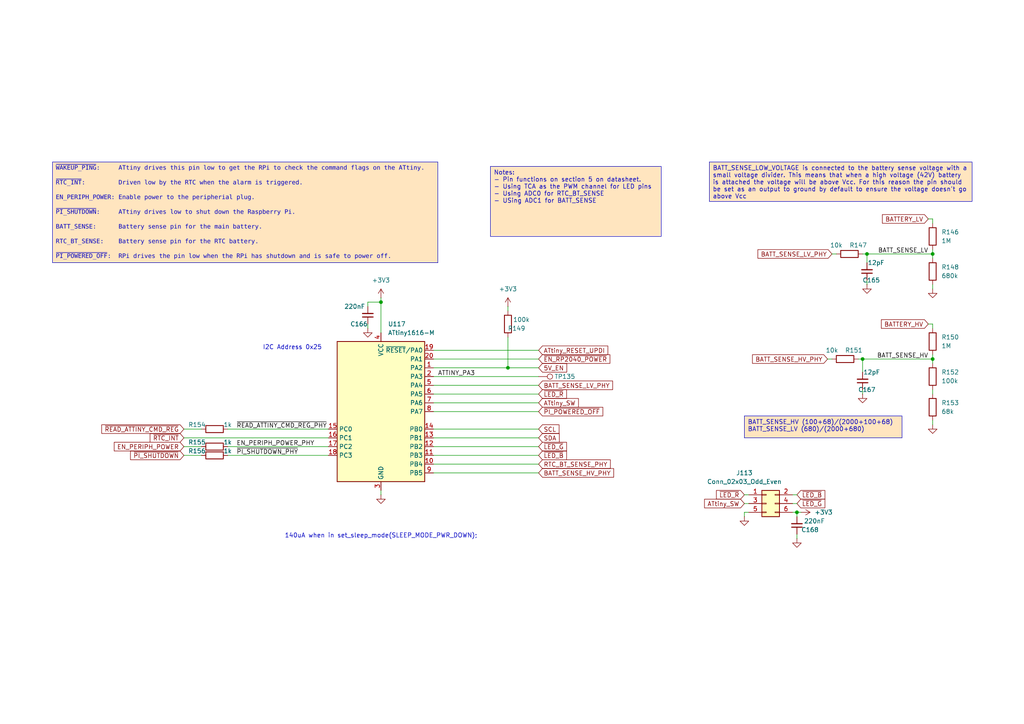
<source format=kicad_sch>
(kicad_sch (version 20231120) (generator "eeschema") (generator_version "8.0")
  (paper "A4")
  (lib_symbols
    (symbol "Connector:TestPoint" (pin_numbers hide) (pin_names (offset 0.762) hide)
      (property "Reference" "TP" (at 0 6.858 0))
      (property "Value" "TestPoint" (at 0 5.08 0))
      (symbol "TestPoint_0_1"
        (circle (center 0 3.302) (radius 0.762))
      )
      (symbol "TestPoint_1_1"
        (pin passive line (at 0 0 90) (length 2.54) (name "1") (number "1"))
      )
    )
    (symbol "Connector_Generic:Conn_02x03_Odd_Even" (pin_names (offset 1.016) hide)
      (property "Reference" "J" (at 1.27 5.08 0))
      (property "Value" "Conn_02x03_Odd_Even" (at 1.27 -5.08 0))
      (symbol "Conn_02x03_Odd_Even_1_1"
        (rectangle (start -1.27 -2.413) (end 0 -2.667) (stroke (width 0.1524)))
        (rectangle (start -1.27 0.127) (end 0 -0.127) (stroke (width 0.1524)))
        (rectangle (start -1.27 2.667) (end 0 2.413) (stroke (width 0.1524)))
        (rectangle (start -1.27 3.81) (end 3.81 -3.81) (stroke (width 0.254)) (fill (type background)))
        (rectangle (start 3.81 -2.413) (end 2.54 -2.667) (stroke (width 0.1524)))
        (rectangle (start 3.81 0.127) (end 2.54 -0.127) (stroke (width 0.1524)))
        (rectangle (start 3.81 2.667) (end 2.54 2.413) (stroke (width 0.1524)))
        (pin passive line (at -5.08 2.54 0) (length 3.81) (name "Pin_1") (number "1"))
        (pin passive line (at 7.62 2.54 180) (length 3.81) (name "Pin_2") (number "2"))
        (pin passive line (at -5.08 0 0) (length 3.81) (name "Pin_3") (number "3"))
        (pin passive line (at 7.62 0 180) (length 3.81) (name "Pin_4") (number "4"))
        (pin passive line (at -5.08 -2.54 0) (length 3.81) (name "Pin_5") (number "5"))
        (pin passive line (at 7.62 -2.54 180) (length 3.81) (name "Pin_6") (number "6"))
      )
    )
    (symbol "Device:C_Small" (pin_numbers hide) (pin_names (offset 0.254) hide)
      (property "Reference" "C" (at 0.254 1.778 0))
      (property "Value" "C_Small" (at 0.254 -2.032 0))
      (symbol "C_Small_0_1"
        (polyline (pts (xy -1.524 -0.508) (xy 1.524 -0.508)) (stroke (width 0.3302)))
        (polyline (pts (xy -1.524 0.508) (xy 1.524 0.508)) (stroke (width 0.3048)))
      )
      (symbol "C_Small_1_1"
        (pin passive line (at 0 2.54 270) (length 2.032) (name "~") (number "1"))
        (pin passive line (at 0 -2.54 90) (length 2.032) (name "~") (number "2"))
      )
    )
    (symbol "Device:R" (pin_numbers hide) (pin_names (offset 0))
      (property "Reference" "R" (at 2.032 0 90))
      (property "Value" "R" (at 0 0 90))
      (symbol "R_0_1"
        (rectangle (start -1.016 -2.54) (end 1.016 2.54) (stroke (width 0.254)))
      )
      (symbol "R_1_1"
        (pin passive line (at 0 3.81 270) (length 1.27) (name "~") (number "1"))
        (pin passive line (at 0 -3.81 90) (length 1.27) (name "~") (number "2"))
      )
    )
    (symbol "MCU_Microchip_ATtiny:ATtiny1616-M"
      (property "Reference" "U" (at -12.7 21.59 0))
      (property "Value" "ATtiny1616-M" (at 2.54 -21.59 0))
      (symbol "ATtiny1616-M_0_1"
        (rectangle (start -12.7 -20.32) (end 12.7 20.32) (stroke (width 0.254)) (fill (type background)))
      )
      (symbol "ATtiny1616-M_1_1"
        (pin bidirectional line (at 15.24 12.7 180) (length 2.54) (name "PA2") (number "1"))
        (pin bidirectional line (at 15.24 -15.24 180) (length 2.54) (name "PB4") (number "10"))
        (pin bidirectional line (at 15.24 -12.7 180) (length 2.54) (name "PB3") (number "11"))
        (pin bidirectional line (at 15.24 -10.16 180) (length 2.54) (name "PB2") (number "12"))
        (pin bidirectional line (at 15.24 -7.62 180) (length 2.54) (name "PB1") (number "13"))
        (pin bidirectional line (at 15.24 -5.08 180) (length 2.54) (name "PB0") (number "14"))
        (pin bidirectional line (at -15.24 -5.08 0) (length 2.54) (name "PC0") (number "15"))
        (pin bidirectional line (at -15.24 -7.62 0) (length 2.54) (name "PC1") (number "16"))
        (pin bidirectional line (at -15.24 -10.16 0) (length 2.54) (name "PC2") (number "17"))
        (pin bidirectional line (at -15.24 -12.7 0) (length 2.54) (name "PC3") (number "18"))
        (pin bidirectional line (at 15.24 17.78 180) (length 2.54) (name "~{RESET}/PA0") (number "19"))
        (pin bidirectional line (at 15.24 10.16 180) (length 2.54) (name "PA3") (number "2"))
        (pin bidirectional line (at 15.24 15.24 180) (length 2.54) (name "PA1") (number "20"))
        (pin passive line (at 0 -22.86 90) (length 2.54) hide (name "GND") (number "21"))
        (pin power_in line (at 0 -22.86 90) (length 2.54) (name "GND") (number "3"))
        (pin power_in line (at 0 22.86 270) (length 2.54) (name "VCC") (number "4"))
        (pin bidirectional line (at 15.24 7.62 180) (length 2.54) (name "PA4") (number "5"))
        (pin bidirectional line (at 15.24 5.08 180) (length 2.54) (name "PA5") (number "6"))
        (pin bidirectional line (at 15.24 2.54 180) (length 2.54) (name "PA6") (number "7"))
        (pin bidirectional line (at 15.24 0 180) (length 2.54) (name "PA7") (number "8"))
        (pin bidirectional line (at 15.24 -17.78 180) (length 2.54) (name "PB5") (number "9"))
      )
    )
    (symbol "power:+3V3" (power) (pin_numbers hide) (pin_names (offset 0) hide)
      (property "Value" "+3V3" (at 0 3.556 0))
      (symbol "+3V3_0_1"
        (polyline (pts (xy -0.762 1.27) (xy 0 2.54)))
        (polyline (pts (xy 0 0) (xy 0 2.54)))
        (polyline (pts (xy 0 2.54) (xy 0.762 1.27)))
      )
      (symbol "+3V3_1_1"
        (pin power_in line (at 0 0 90) (length 0) (name "~") (number "1"))
      )
    )
    (symbol "power:GND" (power) (pin_numbers hide) (pin_names (offset 0) hide)
      (property "Value" "GND" (at 0 -3.81 0))
      (symbol "GND_0_1"
        (polyline (pts (xy 0 0) (xy 0 -1.27) (xy 1.27 -1.27) (xy 0 -2.54) (xy -1.27 -1.27) (xy 0 -1.27)))
      )
      (symbol "GND_1_1"
        (pin power_in line (at 0 0 270) (length 0) (name "~") (number "1"))
      )
    )
  )
  (junction (at 147.32 106.68))
  (junction (at 270.51 73.66))
  (junction (at 231.14 148.59))
  (junction (at 110.49 87.63))
  (junction (at 270.51 104.14))
  (junction (at 251.46 73.66))
  (junction (at 250.19 104.14))
  (wire (pts (xy 53.34 129.54) (xy 58.42 129.54)))
  (wire (pts (xy 248.92 104.14) (xy 250.19 104.14)))
  (wire (pts (xy 125.73 109.22) (xy 156.21 109.22)))
  (wire (pts (xy 125.73 111.76) (xy 156.21 111.76)))
  (wire (pts (xy 125.73 106.68) (xy 147.32 106.68)))
  (wire (pts (xy 125.73 104.14) (xy 156.21 104.14)))
  (wire (pts (xy 215.9 146.05) (xy 217.17 146.05)))
  (wire (pts (xy 125.73 116.84) (xy 156.21 116.84)))
  (wire (pts (xy 251.46 73.66) (xy 270.51 73.66)))
  (wire (pts (xy 270.51 113.03) (xy 270.51 114.3)))
  (wire (pts (xy 250.19 104.14) (xy 250.19 107.95)))
  (wire (pts (xy 270.51 73.66) (xy 270.51 74.93)))
  (wire (pts (xy 66.04 124.46) (xy 95.25 124.46)))
  (wire (pts (xy 231.14 148.59) (xy 232.41 148.59)))
  (wire (pts (xy 215.9 148.59) (xy 217.17 148.59)))
  (wire (pts (xy 270.51 63.5) (xy 269.24 63.5)))
  (wire (pts (xy 231.14 148.59) (xy 231.14 149.86)))
  (wire (pts (xy 250.19 104.14) (xy 270.51 104.14)))
  (wire (pts (xy 251.46 81.28) (xy 251.46 82.55)))
  (wire (pts (xy 240.03 104.14) (xy 241.3 104.14)))
  (wire (pts (xy 270.51 93.98) (xy 270.51 95.25)))
  (wire (pts (xy 250.19 113.03) (xy 250.19 114.3)))
  (wire (pts (xy 110.49 87.63) (xy 106.68 87.63)))
  (wire (pts (xy 231.14 154.94) (xy 231.14 156.21)))
  (wire (pts (xy 270.51 72.39) (xy 270.51 73.66)))
  (wire (pts (xy 125.73 129.54) (xy 156.21 129.54)))
  (wire (pts (xy 106.68 87.63) (xy 106.68 88.9)))
  (wire (pts (xy 147.32 97.79) (xy 147.32 106.68)))
  (wire (pts (xy 270.51 102.87) (xy 270.51 104.14)))
  (wire (pts (xy 270.51 104.14) (xy 270.51 105.41)))
  (wire (pts (xy 125.73 137.16) (xy 156.21 137.16)))
  (wire (pts (xy 125.73 134.62) (xy 156.21 134.62)))
  (wire (pts (xy 66.04 132.08) (xy 95.25 132.08)))
  (wire (pts (xy 110.49 142.24) (xy 110.49 143.51)))
  (wire (pts (xy 125.73 119.38) (xy 156.21 119.38)))
  (wire (pts (xy 110.49 87.63) (xy 110.49 96.52)))
  (wire (pts (xy 215.9 149.86) (xy 215.9 148.59)))
  (wire (pts (xy 53.34 127) (xy 95.25 127)))
  (wire (pts (xy 147.32 88.9) (xy 147.32 90.17)))
  (wire (pts (xy 229.87 143.51) (xy 231.14 143.51)))
  (wire (pts (xy 270.51 64.77) (xy 270.51 63.5)))
  (wire (pts (xy 125.73 124.46) (xy 156.21 124.46)))
  (wire (pts (xy 125.73 114.3) (xy 156.21 114.3)))
  (wire (pts (xy 53.34 124.46) (xy 58.42 124.46)))
  (wire (pts (xy 229.87 146.05) (xy 231.14 146.05)))
  (wire (pts (xy 125.73 101.6) (xy 156.21 101.6)))
  (wire (pts (xy 270.51 82.55) (xy 270.51 83.82)))
  (wire (pts (xy 215.9 143.51) (xy 217.17 143.51)))
  (wire (pts (xy 147.32 106.68) (xy 156.21 106.68)))
  (wire (pts (xy 66.04 129.54) (xy 95.25 129.54)))
  (wire (pts (xy 53.34 132.08) (xy 58.42 132.08)))
  (wire (pts (xy 110.49 87.63) (xy 110.49 86.36)))
  (wire (pts (xy 251.46 73.66) (xy 251.46 76.2)))
  (wire (pts (xy 125.73 127) (xy 156.21 127)))
  (wire (pts (xy 269.24 93.98) (xy 270.51 93.98)))
  (wire (pts (xy 270.51 121.92) (xy 270.51 123.19)))
  (wire (pts (xy 125.73 132.08) (xy 156.21 132.08)))
  (wire (pts (xy 229.87 148.59) (xy 231.14 148.59)))
  (wire (pts (xy 241.3 73.66) (xy 242.57 73.66)))
  (wire (pts (xy 250.19 73.66) (xy 251.46 73.66)))
  (wire (pts (xy 106.68 93.98) (xy 106.68 95.25)))
  (text_box "BATT_SENSE_LOW_VOLTAGE is connected to the battery sense voltage with a small voltage divider. This means that when a high voltage (42V) battery is attached the voltage will be above Vcc. For this reason the pin should be set as an output to ground by default to ensure the voltage doesn't go above Vcc" (at 205.74 46.99 0) (size 76.2 11.43) (fill (type color) (color 255 229 191 1)) (effects (font (size 1.27 1.27)) (justify left top)))
  (text_box "BATT_SENSE_HV (100+68)/(2000+100+68)\nBATT_SENSE_LV (680)/(2000+680)" (at 215.9 120.65 0) (size 45.72 6.35) (fill (type color) (color 255 229 191 1)) (effects (font (size 1.27 1.27)) (justify left top)))
  (text_box "~{WAKEUP_PING}:     ATtiny drives this pin low to get the RPi to check the command flags on the ATtiny.\n\n~{RTC_INT}:         Driven low by the RTC when the alarm is triggered.\n\nEN_PERIPH_POWER: Enable power to the peripherial plug.\n\n~{PI_SHUTDOWN}:     ATtiny drives low to shut down the Raspberry Pi.\n\nBATT_SENSE:      Battery sense pin for the main battery.\n\nRTC_BT_SENSE:    Battery sense pin for the RTC battery.\n\n~{PI_POWERED_OFF}:  RPi drives the pin low when the RPi has shutdown and is safe to power off." (at 15.24 46.99 0) (size 111.76 29.21) (fill (type color) (color 255 229 191 1)) (effects (font (size 1.27 1.27)) (justify left top)))
  (text_box "Notes:\n- Pin functions on section 5 on datasheet.\n- Using TCA as the PWM channel for LED pins\n- Using ADC0 for RTC_BT_SENSE\n- USing ADC1 for BATT_SENSE" (at 142.24 48.26 0) (size 49.53 20.32) (fill (type color) (color 255 229 191 1)) (effects (font (size 1.27 1.27)) (justify left top)))
  (text "140uA when in set_sleep_mode(SLEEP_MODE_PWR_DOWN);" (at 82.55 156.21 0) (effects (font (size 1.27 1.27)) (justify left bottom)))
  (text "I2C Address 0x25" (at 76.2 101.6 0) (effects (font (size 1.27 1.27)) (justify left bottom)))
  (label "BATT_SENSE_HV" (at 269.24 104.14 180))
  (label "~{PI_SHUTDOWN_PHY}" (at 68.58 132.08 0))
  (label "BATT_SENSE_LV" (at 269.24 73.66 180))
  (label "ATTINY_PA3" (at 127 109.22 0))
  (label "~{READ_ATTINY_CMD_REG_PHY}" (at 68.58 124.46 0))
  (label "EN_PERIPH_POWER_PHY" (at 68.58 129.54 0))
  (global_label "ATtiny_RESET_UPDI" (shape input) (at 156.21 101.6 0) (property "Intersheetrefs" "${INTERSHEET_REFS}" (effects (hide yes))))
  (global_label "~{EN_RP2040_POWER}" (shape input) (at 156.21 104.14 0) (property "Intersheetrefs" "${INTERSHEET_REFS}" (effects (hide yes))))
  (global_label "~{LED_R}" (shape input) (at 156.21 114.3 0) (property "Intersheetrefs" "${INTERSHEET_REFS}" (effects (hide yes))))
  (global_label "BATTERY_HV" (shape input) (at 269.24 93.98 180) (property "Intersheetrefs" "${INTERSHEET_REFS}" (effects (hide yes))))
  (global_label "ATtiny_SW" (shape input) (at 215.9 146.05 180) (property "Intersheetrefs" "${INTERSHEET_REFS}" (effects (hide yes))))
  (global_label "~{PI_SHUTDOWN}" (shape input) (at 53.34 132.08 180) (property "Intersheetrefs" "${INTERSHEET_REFS}" (effects (hide yes))))
  (global_label "~{LED_G}" (shape input) (at 156.21 129.54 0) (property "Intersheetrefs" "${INTERSHEET_REFS}" (effects (hide yes))))
  (global_label "5V_EN" (shape input) (at 156.21 106.68 0) (property "Intersheetrefs" "${INTERSHEET_REFS}" (effects (hide yes))))
  (global_label "~{PI_POWERED_OFF}" (shape input) (at 156.21 119.38 0) (property "Intersheetrefs" "${INTERSHEET_REFS}" (effects (hide yes))))
  (global_label "~{LED_G}" (shape input) (at 231.14 146.05 0) (property "Intersheetrefs" "${INTERSHEET_REFS}" (effects (hide yes))))
  (global_label "BATT_SENSE_LV_PHY" (shape input) (at 156.21 111.76 0) (property "Intersheetrefs" "${INTERSHEET_REFS}" (effects (hide yes))))
  (global_label "~{LED_B}" (shape input) (at 231.14 143.51 0) (property "Intersheetrefs" "${INTERSHEET_REFS}" (effects (hide yes))))
  (global_label "SCL" (shape input) (at 156.21 124.46 0) (property "Intersheetrefs" "${INTERSHEET_REFS}" (effects (hide yes))))
  (global_label "BATT_SENSE_HV_PHY" (shape input) (at 240.03 104.14 180) (property "Intersheetrefs" "${INTERSHEET_REFS}" (effects (hide yes))))
  (global_label "~{RTC_INT}" (shape input) (at 53.34 127 180) (property "Intersheetrefs" "${INTERSHEET_REFS}" (effects (hide yes))))
  (global_label "BATT_SENSE_HV_PHY" (shape input) (at 156.21 137.16 0) (property "Intersheetrefs" "${INTERSHEET_REFS}" (effects (hide yes))))
  (global_label "ATtiny_SW" (shape input) (at 156.21 116.84 0) (property "Intersheetrefs" "${INTERSHEET_REFS}" (effects (hide yes))))
  (global_label "RTC_BT_SENSE_PHY" (shape input) (at 156.21 134.62 0) (property "Intersheetrefs" "${INTERSHEET_REFS}" (effects (hide yes))))
  (global_label "~{LED_B}" (shape input) (at 156.21 132.08 0) (property "Intersheetrefs" "${INTERSHEET_REFS}" (effects (hide yes))))
  (global_label "BATT_SENSE_LV_PHY" (shape input) (at 241.3 73.66 180) (property "Intersheetrefs" "${INTERSHEET_REFS}" (effects (hide yes))))
  (global_label "SDA" (shape input) (at 156.21 127 0) (property "Intersheetrefs" "${INTERSHEET_REFS}" (effects (hide yes))))
  (global_label "BATTERY_LV" (shape input) (at 269.24 63.5 180) (property "Intersheetrefs" "${INTERSHEET_REFS}" (effects (hide yes))))
  (global_label "EN_PERIPH_POWER" (shape input) (at 53.34 129.54 180) (property "Intersheetrefs" "${INTERSHEET_REFS}" (effects (hide yes))))
  (global_label "~{LED_R}" (shape input) (at 215.9 143.51 180) (property "Intersheetrefs" "${INTERSHEET_REFS}" (effects (hide yes))))
  (global_label "~{READ_ATTINY_CMD_REG}" (shape input) (at 53.34 124.46 180) (property "Intersheetrefs" "${INTERSHEET_REFS}" (effects (hide yes))))
  (symbol (lib_id "power:GND") (at 215.9 149.86 0) (unit 1)
    (property "Reference" "#PWR0231" (effects (hide yes)))
    (property "Value" "GND" (effects (hide yes)))
    (property "Description" "Power symbol creates a global label with name \"GND\" , ground" (effects (hide yes)))
  )
  (symbol (lib_id "Device:R") (at 270.51 99.06 0) (unit 1)
    (property "Reference" "R150" (at 273.05 97.7899 0) (effects (justify left)))
    (property "Value" "1M" (at 273.05 100.3299 0) (effects (justify left)))
    (property "Footprint" "Resistor_SMD:R_0603_1608Metric" (effects (hide yes)))
    (property "Description" "Resistor" (effects (hide yes)))
    (property "LCSC" "C326730" (effects (hide yes)))
  )
  (symbol (lib_id "power:GND") (at 270.51 83.82 0) (unit 1)
    (property "Reference" "#PWR0223" (effects (hide yes)))
    (property "Value" "GND" (effects (hide yes)))
    (property "Description" "Power symbol creates a global label with name \"GND\" , ground" (effects (hide yes)))
  )
  (symbol (lib_id "Device:R") (at 270.51 118.11 0) (unit 1)
    (property "Reference" "R153" (at 273.05 116.8399 0) (effects (justify left)))
    (property "Value" "68k" (at 273.05 119.3799 0) (effects (justify left)))
    (property "Footprint" "Resistor_SMD:R_0402_1005Metric" (effects (hide yes)))
    (property "LCSC" "C445618" (effects (hide yes)))
  )
  (symbol (lib_id "power:+3V3") (at 147.32 88.9 0) (unit 1)
    (property "Reference" "#PWR0225" (effects (hide yes)))
    (property "Value" "+3V3" (at 147.32 83.82 0))
    (property "Description" "Power symbol creates a global label with name \"+3V3\"" (effects (hide yes)))
  )
  (symbol (lib_id "Device:R") (at 62.23 129.54 270) (unit 1)
    (property "Reference" "R155" (at 57.15 128.27 90))
    (property "Value" "1k" (at 66.04 128.27 90))
    (property "Footprint" "Resistor_SMD:R_0402_1005Metric" (effects (hide yes)))
    (property "LCSC" "C11702" (effects (hide yes)))
  )
  (symbol (lib_id "Device:R") (at 270.51 68.58 0) (unit 1)
    (property "Reference" "R146" (at 273.05 67.3099 0) (effects (justify left)))
    (property "Value" "1M" (at 273.05 69.8499 0) (effects (justify left)))
    (property "Footprint" "Resistor_SMD:R_0603_1608Metric" (effects (hide yes)))
    (property "Description" "Resistor" (effects (hide yes)))
    (property "LCSC" "C326730" (effects (hide yes)))
  )
  (symbol (lib_id "Device:R") (at 62.23 124.46 270) (unit 1)
    (property "Reference" "R154" (at 57.15 123.19 90))
    (property "Value" "1k" (at 66.04 123.19 90))
    (property "Footprint" "Resistor_SMD:R_0402_1005Metric" (effects (hide yes)))
    (property "LCSC" "C11702" (effects (hide yes)))
  )
  (symbol (lib_id "power:GND") (at 250.19 114.3 0) (unit 1)
    (property "Reference" "#PWR0227" (effects (hide yes)))
    (property "Value" "GND" (effects (hide yes)))
    (property "Description" "Power symbol creates a global label with name \"GND\" , ground" (effects (hide yes)))
  )
  (symbol (lib_id "power:+3V3") (at 232.41 148.59 270) (unit 1)
    (property "Reference" "#PWR0230" (effects (hide yes)))
    (property "Value" "+3V3" (at 236.22 148.5899 90) (effects (justify left)))
    (property "Description" "Power symbol creates a global label with name \"+3V3\"" (effects (hide yes)))
  )
  (symbol (lib_id "power:GND") (at 110.49 143.51 0) (unit 1)
    (property "Reference" "#PWR0229" (effects (hide yes)))
    (property "Value" "GND" (effects (hide yes)))
    (property "Description" "Power symbol creates a global label with name \"GND\" , ground" (effects (hide yes)))
  )
  (symbol (lib_id "power:GND") (at 251.46 82.55 0) (unit 1)
    (property "Reference" "#PWR0222" (effects (hide yes)))
    (property "Value" "GND" (effects (hide yes)))
    (property "Description" "Power symbol creates a global label with name \"GND\" , ground" (effects (hide yes)))
  )
  (symbol (lib_id "power:GND") (at 106.68 95.25 0) (unit 1)
    (property "Reference" "#PWR0226" (effects (hide yes)))
    (property "Value" "GND" (effects (hide yes)))
    (property "Description" "Power symbol creates a global label with name \"GND\" , ground" (effects (hide yes)))
  )
  (symbol (lib_id "Device:R") (at 270.51 109.22 0) (unit 1)
    (property "Reference" "R152" (at 273.05 107.9499 0) (effects (justify left)))
    (property "Value" "100k" (at 273.05 110.4899 0) (effects (justify left)))
    (property "Footprint" "Resistor_SMD:R_0402_1005Metric" (effects (hide yes)))
    (property "LCSC" "C445619" (effects (hide yes)))
  )
  (symbol (lib_id "Device:C_Small") (at 250.19 110.49 180) (unit 1)
    (property "Reference" "C167" (at 254 113.03 0) (effects (justify left)))
    (property "Value" "12pF" (at 255.27 107.95 0) (effects (justify left)))
    (property "Footprint" "Capacitor_SMD:C_0402_1005Metric" (effects (hide yes)))
    (property "LCSC" "C1547" (effects (hide yes)))
  )
  (symbol (lib_id "Device:R") (at 246.38 73.66 90) (unit 1)
    (property "Reference" "R147" (at 248.92 71.12 90))
    (property "Value" "10k" (at 242.57 71.12 90))
    (property "Footprint" "Resistor_SMD:R_0402_1005Metric" (effects (hide yes)))
    (property "LCSC" "C25744" (effects (hide yes)))
  )
  (symbol (lib_id "Device:C_Small") (at 231.14 152.4 180) (unit 1)
    (property "Reference" "C168" (at 234.95 153.67 0))
    (property "Value" "220nF" (at 236.22 151.13 0))
    (property "Footprint" "Capacitor_SMD:C_0402_1005Metric" (effects (hide yes)))
    (property "LCSC" "C16772" (effects (hide yes)))
  )
  (symbol (lib_id "power:+3V3") (at 110.49 86.36 0) (unit 1)
    (property "Reference" "#PWR0224" (effects (hide yes)))
    (property "Value" "+3V3" (at 110.49 81.28 0))
    (property "Description" "Power symbol creates a global label with name \"+3V3\"" (effects (hide yes)))
  )
  (symbol (lib_id "Device:R") (at 270.51 78.74 0) (unit 1)
    (property "Reference" "R148" (at 273.05 77.47 0) (effects (justify left)))
    (property "Value" "680k" (at 273.05 80.01 0) (effects (justify left)))
    (property "Footprint" "Resistor_SMD:R_0603_1608Metric" (effects (hide yes)))
    (property "LCSC" "C326722" (effects (hide yes)))
  )
  (symbol (lib_id "power:GND") (at 270.51 123.19 0) (unit 1)
    (property "Reference" "#PWR0228" (effects (hide yes)))
    (property "Value" "GND" (effects (hide yes)))
    (property "Description" "Power symbol creates a global label with name \"GND\" , ground" (effects (hide yes)))
  )
  (symbol (lib_id "Device:R") (at 245.11 104.14 90) (unit 1)
    (property "Reference" "R151" (at 247.65 101.6 90))
    (property "Value" "10k" (at 241.3 101.6 90))
    (property "Footprint" "Resistor_SMD:R_0402_1005Metric" (effects (hide yes)))
    (property "LCSC" "C25744" (effects (hide yes)))
  )
  (symbol (lib_id "power:GND") (at 231.14 156.21 0) (unit 1)
    (property "Reference" "#PWR0232" (effects (hide yes)))
    (property "Value" "GND" (effects (hide yes)))
    (property "Description" "Power symbol creates a global label with name \"GND\" , ground" (effects (hide yes)))
  )
  (symbol (lib_id "Connector:TestPoint") (at 156.21 109.22 270) (unit 1) (in_bom no)
    (property "Reference" "TP135" (at 163.83 109.22 90))
    (property "Value" "TestPoint" (effects (hide yes)))
    (property "Footprint" "cacophony-library:TP" (effects (hide yes)))
  )
  (symbol (lib_id "Device:R") (at 147.32 93.98 180) (unit 1)
    (property "Reference" "R149" (at 152.4 95.25 0) (effects (justify left)))
    (property "Value" "100k" (at 153.67 92.71 0) (effects (justify left)))
    (property "Footprint" "Resistor_SMD:R_0402_1005Metric" (effects (hide yes)))
    (property "LCSC" "C25741" (effects (hide yes)))
  )
  (symbol (lib_id "Device:C_Small") (at 106.68 91.44 180) (unit 1)
    (property "Reference" "C166" (at 104.14 93.98 0))
    (property "Value" "220nF" (at 102.87 88.9 0))
    (property "Footprint" "Capacitor_SMD:C_0402_1005Metric" (effects (hide yes)))
    (property "LCSC" "C16772" (effects (hide yes)))
  )
  (symbol (lib_id "Device:R") (at 62.23 132.08 270) (unit 1)
    (property "Reference" "R156" (at 57.15 130.81 90))
    (property "Value" "1k" (at 66.04 130.81 90))
    (property "Footprint" "Resistor_SMD:R_0402_1005Metric" (effects (hide yes)))
    (property "LCSC" "C11702" (effects (hide yes)))
  )
  (symbol (lib_id "Device:C_Small") (at 251.46 78.74 180) (unit 1)
    (property "Reference" "C165" (at 255.27 81.28 0) (effects (justify left)))
    (property "Value" "12pF" (at 256.54 76.2 0) (effects (justify left)))
    (property "Footprint" "Capacitor_SMD:C_0402_1005Metric" (effects (hide yes)))
    (property "LCSC" "C1547" (effects (hide yes)))
  )
  (symbol (lib_id "Connector_Generic:Conn_02x03_Odd_Even") (at 222.25 146.05 0) (unit 1)
    (property "Reference" "J113" (at 215.9 137.16 0))
    (property "Value" "Conn_02x03_Odd_Even" (at 215.9 139.7 0))
    (property "Footprint" "cacophony-library:mic-pcb" (effects (hide yes)))
    (property "LCSC" "C3975129" (effects (hide yes)))
  )
  (symbol (lib_id "MCU_Microchip_ATtiny:ATtiny1616-M") (at 110.49 119.38 0) (unit 1)
    (property "Reference" "U117" (at 112.5094 93.98 0) (effects (justify left)))
    (property "Value" "ATtiny1616-M" (at 112.5094 96.52 0) (effects (justify left)))
    (property "Footprint" "Package_DFN_QFN:VQFN-20-1EP_3x3mm_P0.4mm_EP1.7x1.7mm" (effects (hide yes)))
    (property "Datasheet" "http://ww1.microchip.com/downloads/en/DeviceDoc/ATtiny3216_ATtiny1616-data-sheet-40001997B.pdf" (effects (hide yes)))
    (property "LCSC" "C507118" (effects (hide yes)))
  )
)
</source>
